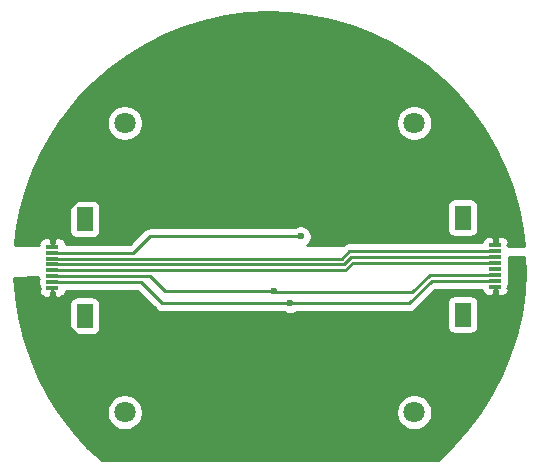
<source format=gbr>
G04 #@! TF.GenerationSoftware,KiCad,Pcbnew,(5.1.4)-1*
G04 #@! TF.CreationDate,2019-11-11T10:23:09+09:00*
G04 #@! TF.ProjectId,sig_sensor,7369675f-7365-46e7-936f-722e6b696361,rev?*
G04 #@! TF.SameCoordinates,Original*
G04 #@! TF.FileFunction,Copper,L1,Top*
G04 #@! TF.FilePolarity,Positive*
%FSLAX46Y46*%
G04 Gerber Fmt 4.6, Leading zero omitted, Abs format (unit mm)*
G04 Created by KiCad (PCBNEW (5.1.4)-1) date 2019-11-11 10:23:09*
%MOMM*%
%LPD*%
G04 APERTURE LIST*
%ADD10R,1.050000X0.350000*%
%ADD11R,1.350000X2.000000*%
%ADD12C,1.800000*%
%ADD13C,0.600000*%
%ADD14C,0.250000*%
%ADD15C,0.254000*%
G04 APERTURE END LIST*
D10*
X135160000Y-84750000D03*
X135160000Y-84250000D03*
X135160000Y-83750000D03*
X135160000Y-83250000D03*
X135160000Y-81250000D03*
X135160000Y-81750000D03*
X135160000Y-82250000D03*
X135160000Y-82750000D03*
D11*
X137910000Y-78900000D03*
X137910000Y-87100000D03*
D10*
X172660000Y-81140000D03*
X172660000Y-81640000D03*
X172660000Y-82140000D03*
X172660000Y-82640000D03*
X172660000Y-84640000D03*
X172660000Y-84140000D03*
X172660000Y-83640000D03*
X172660000Y-83140000D03*
D11*
X169910000Y-86990000D03*
X169910000Y-78790000D03*
D12*
X141300000Y-70770000D03*
X165800000Y-70770000D03*
X141300000Y-95270000D03*
X165800000Y-95270000D03*
D13*
X156380000Y-87820000D03*
X153090000Y-79450000D03*
X156190000Y-80380000D03*
X155300000Y-86040000D03*
X153930000Y-85030000D03*
D14*
X172660000Y-84640000D02*
X172660000Y-89468000D01*
X149184043Y-89468000D02*
X149124043Y-89408000D01*
X172660000Y-89468000D02*
X149184043Y-89468000D01*
X135160000Y-85175000D02*
X135160000Y-84750000D01*
X135160000Y-86610002D02*
X135160000Y-85175000D01*
X137957998Y-89408000D02*
X135160000Y-86610002D01*
X149124043Y-89408000D02*
X137957998Y-89408000D01*
X172660000Y-81140000D02*
X172660000Y-76260000D01*
X172660000Y-76260000D02*
X172600000Y-76200000D01*
X135160000Y-80825000D02*
X135160000Y-81250000D01*
X135160000Y-79389998D02*
X135160000Y-80825000D01*
X138349998Y-76200000D02*
X135160000Y-79389998D01*
X172600000Y-76200000D02*
X138349998Y-76200000D01*
X142036410Y-81750000D02*
X142076401Y-81710009D01*
X135160000Y-81750000D02*
X142036410Y-81750000D01*
X142076401Y-81710009D02*
X143283205Y-80503205D01*
X143283205Y-80503205D02*
X143406410Y-80380000D01*
X143406410Y-80380000D02*
X156190000Y-80380000D01*
X165376410Y-86040000D02*
X155300000Y-86040000D01*
X172660000Y-84140000D02*
X167276410Y-84140000D01*
X167276410Y-84140000D02*
X165376410Y-86040000D01*
X135935000Y-84250000D02*
X135160000Y-84250000D01*
X142690000Y-84250000D02*
X135935000Y-84250000D01*
X155300000Y-86040000D02*
X144480000Y-86040000D01*
X144480000Y-86040000D02*
X142690000Y-84250000D01*
X172660000Y-83640000D02*
X167140000Y-83640000D01*
X167140000Y-83640000D02*
X165660000Y-85120000D01*
X165660000Y-85120000D02*
X154020000Y-85120000D01*
X154020000Y-85120000D02*
X153930000Y-85030000D01*
X144750000Y-85030000D02*
X153930000Y-85030000D01*
X135160000Y-83750000D02*
X143470000Y-83750000D01*
X143470000Y-83750000D02*
X144750000Y-85030000D01*
X135935000Y-83250000D02*
X135160000Y-83250000D01*
X159992820Y-83250000D02*
X135935000Y-83250000D01*
X160602820Y-82640000D02*
X159992820Y-83250000D01*
X172660000Y-82640000D02*
X160602820Y-82640000D01*
X160330000Y-81640000D02*
X172660000Y-81640000D01*
X159710000Y-82260000D02*
X160330000Y-81640000D01*
X142182820Y-82260000D02*
X159710000Y-82260000D01*
X135160000Y-82250000D02*
X142172820Y-82250000D01*
X142172820Y-82250000D02*
X142182820Y-82260000D01*
X135935000Y-82750000D02*
X135160000Y-82750000D01*
X159856410Y-82750000D02*
X135935000Y-82750000D01*
X160466410Y-82140000D02*
X159856410Y-82750000D01*
X172660000Y-82140000D02*
X160466410Y-82140000D01*
D15*
G36*
X155202856Y-61460910D02*
G01*
X157001082Y-61674830D01*
X158775100Y-62038470D01*
X160512456Y-62549278D01*
X162200997Y-63203681D01*
X163828839Y-63997074D01*
X165384586Y-64923900D01*
X166857325Y-65977660D01*
X168236710Y-67150949D01*
X169513095Y-68435561D01*
X170677503Y-69822467D01*
X171721782Y-71301954D01*
X172638589Y-72863622D01*
X173421507Y-74496534D01*
X174065037Y-76189222D01*
X174564676Y-77929847D01*
X174916907Y-79706154D01*
X175079350Y-81150758D01*
X173735942Y-81148681D01*
X173715537Y-81110506D01*
X173682725Y-81070525D01*
X173820000Y-80933250D01*
X173808355Y-80828751D01*
X173769797Y-80709758D01*
X173708765Y-80600574D01*
X173627605Y-80505395D01*
X173529436Y-80427878D01*
X173418030Y-80371003D01*
X173297670Y-80336954D01*
X173172979Y-80327041D01*
X172945750Y-80330000D01*
X172787000Y-80488750D01*
X172787000Y-80826928D01*
X172533000Y-80826928D01*
X172533000Y-80488750D01*
X172374250Y-80330000D01*
X172147021Y-80327041D01*
X172022330Y-80336954D01*
X171901970Y-80371003D01*
X171790564Y-80427878D01*
X171692395Y-80505395D01*
X171611235Y-80600574D01*
X171550203Y-80709758D01*
X171511645Y-80828751D01*
X171505934Y-80880000D01*
X160367322Y-80880000D01*
X160329999Y-80876324D01*
X160292676Y-80880000D01*
X160292667Y-80880000D01*
X160181014Y-80890997D01*
X160037753Y-80934454D01*
X159905724Y-81005026D01*
X159905722Y-81005027D01*
X159905723Y-81005027D01*
X159818996Y-81076201D01*
X159818992Y-81076205D01*
X159789999Y-81099999D01*
X159767769Y-81127087D01*
X156761816Y-81122440D01*
X156786028Y-81106262D01*
X156916262Y-80976028D01*
X157018586Y-80822889D01*
X157089068Y-80652729D01*
X157125000Y-80472089D01*
X157125000Y-80287911D01*
X157089068Y-80107271D01*
X157018586Y-79937111D01*
X156916262Y-79783972D01*
X156786028Y-79653738D01*
X156632889Y-79551414D01*
X156462729Y-79480932D01*
X156282089Y-79445000D01*
X156097911Y-79445000D01*
X155917271Y-79480932D01*
X155747111Y-79551414D01*
X155644465Y-79620000D01*
X143443732Y-79620000D01*
X143406409Y-79616324D01*
X143369087Y-79620000D01*
X143369077Y-79620000D01*
X143257424Y-79630997D01*
X143114163Y-79674454D01*
X142982134Y-79745026D01*
X142866409Y-79839999D01*
X142842606Y-79869003D01*
X142772208Y-79939401D01*
X142772202Y-79939406D01*
X141721609Y-80990000D01*
X136314066Y-80990000D01*
X136308355Y-80938751D01*
X136269797Y-80819758D01*
X136208765Y-80710574D01*
X136127605Y-80615395D01*
X136029436Y-80537878D01*
X135918030Y-80481003D01*
X135797670Y-80446954D01*
X135672979Y-80437041D01*
X135445750Y-80440000D01*
X135287000Y-80598750D01*
X135287000Y-80936928D01*
X135033000Y-80936928D01*
X135033000Y-80598750D01*
X134874250Y-80440000D01*
X134647021Y-80437041D01*
X134522330Y-80446954D01*
X134401970Y-80481003D01*
X134290564Y-80537878D01*
X134192395Y-80615395D01*
X134111235Y-80710574D01*
X134050203Y-80819758D01*
X134011645Y-80938751D01*
X134000000Y-81043250D01*
X134044069Y-81087319D01*
X132032865Y-81084210D01*
X132137238Y-80016690D01*
X132463645Y-78235451D01*
X132554685Y-77900000D01*
X136596928Y-77900000D01*
X136596928Y-79900000D01*
X136609188Y-80024482D01*
X136645498Y-80144180D01*
X136704463Y-80254494D01*
X136783815Y-80351185D01*
X136880506Y-80430537D01*
X136990820Y-80489502D01*
X137110518Y-80525812D01*
X137235000Y-80538072D01*
X138585000Y-80538072D01*
X138709482Y-80525812D01*
X138829180Y-80489502D01*
X138939494Y-80430537D01*
X139036185Y-80351185D01*
X139115537Y-80254494D01*
X139174502Y-80144180D01*
X139210812Y-80024482D01*
X139223072Y-79900000D01*
X139223072Y-77900000D01*
X139212239Y-77790000D01*
X168596928Y-77790000D01*
X168596928Y-79790000D01*
X168609188Y-79914482D01*
X168645498Y-80034180D01*
X168704463Y-80144494D01*
X168783815Y-80241185D01*
X168880506Y-80320537D01*
X168990820Y-80379502D01*
X169110518Y-80415812D01*
X169235000Y-80428072D01*
X170585000Y-80428072D01*
X170709482Y-80415812D01*
X170829180Y-80379502D01*
X170939494Y-80320537D01*
X171036185Y-80241185D01*
X171115537Y-80144494D01*
X171174502Y-80034180D01*
X171210812Y-79914482D01*
X171223072Y-79790000D01*
X171223072Y-77790000D01*
X171210812Y-77665518D01*
X171174502Y-77545820D01*
X171115537Y-77435506D01*
X171036185Y-77338815D01*
X170939494Y-77259463D01*
X170829180Y-77200498D01*
X170709482Y-77164188D01*
X170585000Y-77151928D01*
X169235000Y-77151928D01*
X169110518Y-77164188D01*
X168990820Y-77200498D01*
X168880506Y-77259463D01*
X168783815Y-77338815D01*
X168704463Y-77435506D01*
X168645498Y-77545820D01*
X168609188Y-77665518D01*
X168596928Y-77790000D01*
X139212239Y-77790000D01*
X139210812Y-77775518D01*
X139174502Y-77655820D01*
X139115537Y-77545506D01*
X139036185Y-77448815D01*
X138939494Y-77369463D01*
X138829180Y-77310498D01*
X138709482Y-77274188D01*
X138585000Y-77261928D01*
X137235000Y-77261928D01*
X137110518Y-77274188D01*
X136990820Y-77310498D01*
X136880506Y-77369463D01*
X136783815Y-77448815D01*
X136704463Y-77545506D01*
X136645498Y-77655820D01*
X136609188Y-77775518D01*
X136596928Y-77900000D01*
X132554685Y-77900000D01*
X132937959Y-76487770D01*
X133556853Y-74785903D01*
X134315979Y-73141805D01*
X135210021Y-71566991D01*
X135858863Y-70618816D01*
X139765000Y-70618816D01*
X139765000Y-70921184D01*
X139823989Y-71217743D01*
X139939701Y-71497095D01*
X140107688Y-71748505D01*
X140321495Y-71962312D01*
X140572905Y-72130299D01*
X140852257Y-72246011D01*
X141148816Y-72305000D01*
X141451184Y-72305000D01*
X141747743Y-72246011D01*
X142027095Y-72130299D01*
X142278505Y-71962312D01*
X142492312Y-71748505D01*
X142660299Y-71497095D01*
X142776011Y-71217743D01*
X142835000Y-70921184D01*
X142835000Y-70618816D01*
X164265000Y-70618816D01*
X164265000Y-70921184D01*
X164323989Y-71217743D01*
X164439701Y-71497095D01*
X164607688Y-71748505D01*
X164821495Y-71962312D01*
X165072905Y-72130299D01*
X165352257Y-72246011D01*
X165648816Y-72305000D01*
X165951184Y-72305000D01*
X166247743Y-72246011D01*
X166527095Y-72130299D01*
X166778505Y-71962312D01*
X166992312Y-71748505D01*
X167160299Y-71497095D01*
X167276011Y-71217743D01*
X167335000Y-70921184D01*
X167335000Y-70618816D01*
X167276011Y-70322257D01*
X167160299Y-70042905D01*
X166992312Y-69791495D01*
X166778505Y-69577688D01*
X166527095Y-69409701D01*
X166247743Y-69293989D01*
X165951184Y-69235000D01*
X165648816Y-69235000D01*
X165352257Y-69293989D01*
X165072905Y-69409701D01*
X164821495Y-69577688D01*
X164607688Y-69791495D01*
X164439701Y-70042905D01*
X164323989Y-70322257D01*
X164265000Y-70618816D01*
X142835000Y-70618816D01*
X142776011Y-70322257D01*
X142660299Y-70042905D01*
X142492312Y-69791495D01*
X142278505Y-69577688D01*
X142027095Y-69409701D01*
X141747743Y-69293989D01*
X141451184Y-69235000D01*
X141148816Y-69235000D01*
X140852257Y-69293989D01*
X140572905Y-69409701D01*
X140321495Y-69577688D01*
X140107688Y-69791495D01*
X139939701Y-70042905D01*
X139823989Y-70322257D01*
X139765000Y-70618816D01*
X135858863Y-70618816D01*
X136232710Y-70072501D01*
X137376865Y-68668835D01*
X138634459Y-67365834D01*
X139996664Y-66172646D01*
X141453959Y-65097610D01*
X142996084Y-64148298D01*
X144612249Y-63331351D01*
X146291102Y-62652510D01*
X148020852Y-62116536D01*
X149789414Y-61727179D01*
X151584328Y-61487178D01*
X153393053Y-61398214D01*
X155202856Y-61460910D01*
X155202856Y-61460910D01*
G37*
X155202856Y-61460910D02*
X157001082Y-61674830D01*
X158775100Y-62038470D01*
X160512456Y-62549278D01*
X162200997Y-63203681D01*
X163828839Y-63997074D01*
X165384586Y-64923900D01*
X166857325Y-65977660D01*
X168236710Y-67150949D01*
X169513095Y-68435561D01*
X170677503Y-69822467D01*
X171721782Y-71301954D01*
X172638589Y-72863622D01*
X173421507Y-74496534D01*
X174065037Y-76189222D01*
X174564676Y-77929847D01*
X174916907Y-79706154D01*
X175079350Y-81150758D01*
X173735942Y-81148681D01*
X173715537Y-81110506D01*
X173682725Y-81070525D01*
X173820000Y-80933250D01*
X173808355Y-80828751D01*
X173769797Y-80709758D01*
X173708765Y-80600574D01*
X173627605Y-80505395D01*
X173529436Y-80427878D01*
X173418030Y-80371003D01*
X173297670Y-80336954D01*
X173172979Y-80327041D01*
X172945750Y-80330000D01*
X172787000Y-80488750D01*
X172787000Y-80826928D01*
X172533000Y-80826928D01*
X172533000Y-80488750D01*
X172374250Y-80330000D01*
X172147021Y-80327041D01*
X172022330Y-80336954D01*
X171901970Y-80371003D01*
X171790564Y-80427878D01*
X171692395Y-80505395D01*
X171611235Y-80600574D01*
X171550203Y-80709758D01*
X171511645Y-80828751D01*
X171505934Y-80880000D01*
X160367322Y-80880000D01*
X160329999Y-80876324D01*
X160292676Y-80880000D01*
X160292667Y-80880000D01*
X160181014Y-80890997D01*
X160037753Y-80934454D01*
X159905724Y-81005026D01*
X159905722Y-81005027D01*
X159905723Y-81005027D01*
X159818996Y-81076201D01*
X159818992Y-81076205D01*
X159789999Y-81099999D01*
X159767769Y-81127087D01*
X156761816Y-81122440D01*
X156786028Y-81106262D01*
X156916262Y-80976028D01*
X157018586Y-80822889D01*
X157089068Y-80652729D01*
X157125000Y-80472089D01*
X157125000Y-80287911D01*
X157089068Y-80107271D01*
X157018586Y-79937111D01*
X156916262Y-79783972D01*
X156786028Y-79653738D01*
X156632889Y-79551414D01*
X156462729Y-79480932D01*
X156282089Y-79445000D01*
X156097911Y-79445000D01*
X155917271Y-79480932D01*
X155747111Y-79551414D01*
X155644465Y-79620000D01*
X143443732Y-79620000D01*
X143406409Y-79616324D01*
X143369087Y-79620000D01*
X143369077Y-79620000D01*
X143257424Y-79630997D01*
X143114163Y-79674454D01*
X142982134Y-79745026D01*
X142866409Y-79839999D01*
X142842606Y-79869003D01*
X142772208Y-79939401D01*
X142772202Y-79939406D01*
X141721609Y-80990000D01*
X136314066Y-80990000D01*
X136308355Y-80938751D01*
X136269797Y-80819758D01*
X136208765Y-80710574D01*
X136127605Y-80615395D01*
X136029436Y-80537878D01*
X135918030Y-80481003D01*
X135797670Y-80446954D01*
X135672979Y-80437041D01*
X135445750Y-80440000D01*
X135287000Y-80598750D01*
X135287000Y-80936928D01*
X135033000Y-80936928D01*
X135033000Y-80598750D01*
X134874250Y-80440000D01*
X134647021Y-80437041D01*
X134522330Y-80446954D01*
X134401970Y-80481003D01*
X134290564Y-80537878D01*
X134192395Y-80615395D01*
X134111235Y-80710574D01*
X134050203Y-80819758D01*
X134011645Y-80938751D01*
X134000000Y-81043250D01*
X134044069Y-81087319D01*
X132032865Y-81084210D01*
X132137238Y-80016690D01*
X132463645Y-78235451D01*
X132554685Y-77900000D01*
X136596928Y-77900000D01*
X136596928Y-79900000D01*
X136609188Y-80024482D01*
X136645498Y-80144180D01*
X136704463Y-80254494D01*
X136783815Y-80351185D01*
X136880506Y-80430537D01*
X136990820Y-80489502D01*
X137110518Y-80525812D01*
X137235000Y-80538072D01*
X138585000Y-80538072D01*
X138709482Y-80525812D01*
X138829180Y-80489502D01*
X138939494Y-80430537D01*
X139036185Y-80351185D01*
X139115537Y-80254494D01*
X139174502Y-80144180D01*
X139210812Y-80024482D01*
X139223072Y-79900000D01*
X139223072Y-77900000D01*
X139212239Y-77790000D01*
X168596928Y-77790000D01*
X168596928Y-79790000D01*
X168609188Y-79914482D01*
X168645498Y-80034180D01*
X168704463Y-80144494D01*
X168783815Y-80241185D01*
X168880506Y-80320537D01*
X168990820Y-80379502D01*
X169110518Y-80415812D01*
X169235000Y-80428072D01*
X170585000Y-80428072D01*
X170709482Y-80415812D01*
X170829180Y-80379502D01*
X170939494Y-80320537D01*
X171036185Y-80241185D01*
X171115537Y-80144494D01*
X171174502Y-80034180D01*
X171210812Y-79914482D01*
X171223072Y-79790000D01*
X171223072Y-77790000D01*
X171210812Y-77665518D01*
X171174502Y-77545820D01*
X171115537Y-77435506D01*
X171036185Y-77338815D01*
X170939494Y-77259463D01*
X170829180Y-77200498D01*
X170709482Y-77164188D01*
X170585000Y-77151928D01*
X169235000Y-77151928D01*
X169110518Y-77164188D01*
X168990820Y-77200498D01*
X168880506Y-77259463D01*
X168783815Y-77338815D01*
X168704463Y-77435506D01*
X168645498Y-77545820D01*
X168609188Y-77665518D01*
X168596928Y-77790000D01*
X139212239Y-77790000D01*
X139210812Y-77775518D01*
X139174502Y-77655820D01*
X139115537Y-77545506D01*
X139036185Y-77448815D01*
X138939494Y-77369463D01*
X138829180Y-77310498D01*
X138709482Y-77274188D01*
X138585000Y-77261928D01*
X137235000Y-77261928D01*
X137110518Y-77274188D01*
X136990820Y-77310498D01*
X136880506Y-77369463D01*
X136783815Y-77448815D01*
X136704463Y-77545506D01*
X136645498Y-77655820D01*
X136609188Y-77775518D01*
X136596928Y-77900000D01*
X132554685Y-77900000D01*
X132937959Y-76487770D01*
X133556853Y-74785903D01*
X134315979Y-73141805D01*
X135210021Y-71566991D01*
X135858863Y-70618816D01*
X139765000Y-70618816D01*
X139765000Y-70921184D01*
X139823989Y-71217743D01*
X139939701Y-71497095D01*
X140107688Y-71748505D01*
X140321495Y-71962312D01*
X140572905Y-72130299D01*
X140852257Y-72246011D01*
X141148816Y-72305000D01*
X141451184Y-72305000D01*
X141747743Y-72246011D01*
X142027095Y-72130299D01*
X142278505Y-71962312D01*
X142492312Y-71748505D01*
X142660299Y-71497095D01*
X142776011Y-71217743D01*
X142835000Y-70921184D01*
X142835000Y-70618816D01*
X164265000Y-70618816D01*
X164265000Y-70921184D01*
X164323989Y-71217743D01*
X164439701Y-71497095D01*
X164607688Y-71748505D01*
X164821495Y-71962312D01*
X165072905Y-72130299D01*
X165352257Y-72246011D01*
X165648816Y-72305000D01*
X165951184Y-72305000D01*
X166247743Y-72246011D01*
X166527095Y-72130299D01*
X166778505Y-71962312D01*
X166992312Y-71748505D01*
X167160299Y-71497095D01*
X167276011Y-71217743D01*
X167335000Y-70921184D01*
X167335000Y-70618816D01*
X167276011Y-70322257D01*
X167160299Y-70042905D01*
X166992312Y-69791495D01*
X166778505Y-69577688D01*
X166527095Y-69409701D01*
X166247743Y-69293989D01*
X165951184Y-69235000D01*
X165648816Y-69235000D01*
X165352257Y-69293989D01*
X165072905Y-69409701D01*
X164821495Y-69577688D01*
X164607688Y-69791495D01*
X164439701Y-70042905D01*
X164323989Y-70322257D01*
X164265000Y-70618816D01*
X142835000Y-70618816D01*
X142776011Y-70322257D01*
X142660299Y-70042905D01*
X142492312Y-69791495D01*
X142278505Y-69577688D01*
X142027095Y-69409701D01*
X141747743Y-69293989D01*
X141451184Y-69235000D01*
X141148816Y-69235000D01*
X140852257Y-69293989D01*
X140572905Y-69409701D01*
X140321495Y-69577688D01*
X140107688Y-69791495D01*
X139939701Y-70042905D01*
X139823989Y-70322257D01*
X139765000Y-70618816D01*
X135858863Y-70618816D01*
X136232710Y-70072501D01*
X137376865Y-68668835D01*
X138634459Y-67365834D01*
X139996664Y-66172646D01*
X141453959Y-65097610D01*
X142996084Y-64148298D01*
X144612249Y-63331351D01*
X146291102Y-62652510D01*
X148020852Y-62116536D01*
X149789414Y-61727179D01*
X151584328Y-61487178D01*
X153393053Y-61398214D01*
X155202856Y-61460910D01*
G36*
X175137584Y-82155097D02*
G01*
X175170331Y-83315900D01*
X175069746Y-85124000D01*
X174818214Y-86917350D01*
X174417504Y-88683349D01*
X173870420Y-90409641D01*
X173180804Y-92084094D01*
X172353489Y-93694973D01*
X171394287Y-95230965D01*
X170309915Y-96681315D01*
X169107986Y-98035835D01*
X167788147Y-99293401D01*
X167762043Y-99315945D01*
X139362163Y-99324914D01*
X138211641Y-98260112D01*
X136990177Y-96923184D01*
X135884861Y-95488727D01*
X135646325Y-95118816D01*
X139765000Y-95118816D01*
X139765000Y-95421184D01*
X139823989Y-95717743D01*
X139939701Y-95997095D01*
X140107688Y-96248505D01*
X140321495Y-96462312D01*
X140572905Y-96630299D01*
X140852257Y-96746011D01*
X141148816Y-96805000D01*
X141451184Y-96805000D01*
X141747743Y-96746011D01*
X142027095Y-96630299D01*
X142278505Y-96462312D01*
X142492312Y-96248505D01*
X142660299Y-95997095D01*
X142776011Y-95717743D01*
X142835000Y-95421184D01*
X142835000Y-95118816D01*
X164265000Y-95118816D01*
X164265000Y-95421184D01*
X164323989Y-95717743D01*
X164439701Y-95997095D01*
X164607688Y-96248505D01*
X164821495Y-96462312D01*
X165072905Y-96630299D01*
X165352257Y-96746011D01*
X165648816Y-96805000D01*
X165951184Y-96805000D01*
X166247743Y-96746011D01*
X166527095Y-96630299D01*
X166778505Y-96462312D01*
X166992312Y-96248505D01*
X167160299Y-95997095D01*
X167276011Y-95717743D01*
X167335000Y-95421184D01*
X167335000Y-95118816D01*
X167276011Y-94822257D01*
X167160299Y-94542905D01*
X166992312Y-94291495D01*
X166778505Y-94077688D01*
X166527095Y-93909701D01*
X166247743Y-93793989D01*
X165951184Y-93735000D01*
X165648816Y-93735000D01*
X165352257Y-93793989D01*
X165072905Y-93909701D01*
X164821495Y-94077688D01*
X164607688Y-94291495D01*
X164439701Y-94542905D01*
X164323989Y-94822257D01*
X164265000Y-95118816D01*
X142835000Y-95118816D01*
X142776011Y-94822257D01*
X142660299Y-94542905D01*
X142492312Y-94291495D01*
X142278505Y-94077688D01*
X142027095Y-93909701D01*
X141747743Y-93793989D01*
X141451184Y-93735000D01*
X141148816Y-93735000D01*
X140852257Y-93793989D01*
X140572905Y-93909701D01*
X140321495Y-94077688D01*
X140107688Y-94291495D01*
X139939701Y-94542905D01*
X139823989Y-94822257D01*
X139765000Y-95118816D01*
X135646325Y-95118816D01*
X134903463Y-93966823D01*
X134052850Y-92368124D01*
X133338999Y-90703859D01*
X132766915Y-88985701D01*
X132340605Y-87225693D01*
X132166019Y-86100000D01*
X136596928Y-86100000D01*
X136596928Y-88100000D01*
X136609188Y-88224482D01*
X136645498Y-88344180D01*
X136704463Y-88454494D01*
X136783815Y-88551185D01*
X136880506Y-88630537D01*
X136990820Y-88689502D01*
X137110518Y-88725812D01*
X137235000Y-88738072D01*
X138585000Y-88738072D01*
X138709482Y-88725812D01*
X138829180Y-88689502D01*
X138939494Y-88630537D01*
X139036185Y-88551185D01*
X139115537Y-88454494D01*
X139174502Y-88344180D01*
X139210812Y-88224482D01*
X139223072Y-88100000D01*
X139223072Y-86100000D01*
X139210812Y-85975518D01*
X139174502Y-85855820D01*
X139115537Y-85745506D01*
X139036185Y-85648815D01*
X138939494Y-85569463D01*
X138829180Y-85510498D01*
X138709482Y-85474188D01*
X138585000Y-85461928D01*
X137235000Y-85461928D01*
X137110518Y-85474188D01*
X136990820Y-85510498D01*
X136880506Y-85569463D01*
X136783815Y-85648815D01*
X136704463Y-85745506D01*
X136645498Y-85855820D01*
X136609188Y-85975518D01*
X136596928Y-86100000D01*
X132166019Y-86100000D01*
X132063066Y-85436182D01*
X131955898Y-83909687D01*
X133996928Y-83824045D01*
X133996928Y-83925000D01*
X134004315Y-84000000D01*
X133996928Y-84075000D01*
X133996928Y-84425000D01*
X134004552Y-84502406D01*
X134000000Y-84543250D01*
X134010475Y-84553725D01*
X134045498Y-84669180D01*
X134104463Y-84779494D01*
X134137275Y-84819475D01*
X134000000Y-84956750D01*
X134011645Y-85061249D01*
X134050203Y-85180242D01*
X134111235Y-85289426D01*
X134192395Y-85384605D01*
X134290564Y-85462122D01*
X134401970Y-85518997D01*
X134522330Y-85553046D01*
X134647021Y-85562959D01*
X134874250Y-85560000D01*
X135033000Y-85401250D01*
X135033000Y-85063072D01*
X135287000Y-85063072D01*
X135287000Y-85401250D01*
X135445750Y-85560000D01*
X135672979Y-85562959D01*
X135797670Y-85553046D01*
X135918030Y-85518997D01*
X136029436Y-85462122D01*
X136127605Y-85384605D01*
X136208765Y-85289426D01*
X136269797Y-85180242D01*
X136308355Y-85061249D01*
X136314066Y-85010000D01*
X142375199Y-85010000D01*
X143916201Y-86551003D01*
X143939999Y-86580001D01*
X144055724Y-86674974D01*
X144187753Y-86745546D01*
X144331014Y-86789003D01*
X144442667Y-86800000D01*
X144442676Y-86800000D01*
X144479999Y-86803676D01*
X144517322Y-86800000D01*
X154754465Y-86800000D01*
X154857111Y-86868586D01*
X155027271Y-86939068D01*
X155207911Y-86975000D01*
X155392089Y-86975000D01*
X155572729Y-86939068D01*
X155742889Y-86868586D01*
X155845535Y-86800000D01*
X165339088Y-86800000D01*
X165376410Y-86803676D01*
X165413732Y-86800000D01*
X165413743Y-86800000D01*
X165525396Y-86789003D01*
X165668657Y-86745546D01*
X165800686Y-86674974D01*
X165916411Y-86580001D01*
X165940214Y-86550997D01*
X166501211Y-85990000D01*
X168596928Y-85990000D01*
X168596928Y-87990000D01*
X168609188Y-88114482D01*
X168645498Y-88234180D01*
X168704463Y-88344494D01*
X168783815Y-88441185D01*
X168880506Y-88520537D01*
X168990820Y-88579502D01*
X169110518Y-88615812D01*
X169235000Y-88628072D01*
X170585000Y-88628072D01*
X170709482Y-88615812D01*
X170829180Y-88579502D01*
X170939494Y-88520537D01*
X171036185Y-88441185D01*
X171115537Y-88344494D01*
X171174502Y-88234180D01*
X171210812Y-88114482D01*
X171223072Y-87990000D01*
X171223072Y-85990000D01*
X171210812Y-85865518D01*
X171174502Y-85745820D01*
X171115537Y-85635506D01*
X171036185Y-85538815D01*
X170939494Y-85459463D01*
X170829180Y-85400498D01*
X170709482Y-85364188D01*
X170585000Y-85351928D01*
X169235000Y-85351928D01*
X169110518Y-85364188D01*
X168990820Y-85400498D01*
X168880506Y-85459463D01*
X168783815Y-85538815D01*
X168704463Y-85635506D01*
X168645498Y-85745820D01*
X168609188Y-85865518D01*
X168596928Y-85990000D01*
X166501211Y-85990000D01*
X167591212Y-84900000D01*
X171505934Y-84900000D01*
X171511645Y-84951249D01*
X171550203Y-85070242D01*
X171611235Y-85179426D01*
X171692395Y-85274605D01*
X171790564Y-85352122D01*
X171901970Y-85408997D01*
X172022330Y-85443046D01*
X172147021Y-85452959D01*
X172374250Y-85450000D01*
X172533000Y-85291250D01*
X172533000Y-84953072D01*
X172787000Y-84953072D01*
X172787000Y-85291250D01*
X172945750Y-85450000D01*
X173172979Y-85452959D01*
X173297670Y-85443046D01*
X173418030Y-85408997D01*
X173529436Y-85352122D01*
X173627605Y-85274605D01*
X173708765Y-85179426D01*
X173769797Y-85070242D01*
X173808355Y-84951249D01*
X173820000Y-84846750D01*
X173682725Y-84709475D01*
X173715537Y-84669494D01*
X173774502Y-84559180D01*
X173809525Y-84443725D01*
X173820000Y-84433250D01*
X173815448Y-84392406D01*
X173823072Y-84315000D01*
X173823072Y-83965000D01*
X173815685Y-83890000D01*
X173823072Y-83815000D01*
X173823072Y-83465000D01*
X173815685Y-83390000D01*
X173823072Y-83315000D01*
X173823072Y-82965000D01*
X173815685Y-82890000D01*
X173823072Y-82815000D01*
X173823072Y-82465000D01*
X173815685Y-82390000D01*
X173823072Y-82315000D01*
X173823072Y-82152927D01*
X174201440Y-82137051D01*
X175137584Y-82155097D01*
X175137584Y-82155097D01*
G37*
X175137584Y-82155097D02*
X175170331Y-83315900D01*
X175069746Y-85124000D01*
X174818214Y-86917350D01*
X174417504Y-88683349D01*
X173870420Y-90409641D01*
X173180804Y-92084094D01*
X172353489Y-93694973D01*
X171394287Y-95230965D01*
X170309915Y-96681315D01*
X169107986Y-98035835D01*
X167788147Y-99293401D01*
X167762043Y-99315945D01*
X139362163Y-99324914D01*
X138211641Y-98260112D01*
X136990177Y-96923184D01*
X135884861Y-95488727D01*
X135646325Y-95118816D01*
X139765000Y-95118816D01*
X139765000Y-95421184D01*
X139823989Y-95717743D01*
X139939701Y-95997095D01*
X140107688Y-96248505D01*
X140321495Y-96462312D01*
X140572905Y-96630299D01*
X140852257Y-96746011D01*
X141148816Y-96805000D01*
X141451184Y-96805000D01*
X141747743Y-96746011D01*
X142027095Y-96630299D01*
X142278505Y-96462312D01*
X142492312Y-96248505D01*
X142660299Y-95997095D01*
X142776011Y-95717743D01*
X142835000Y-95421184D01*
X142835000Y-95118816D01*
X164265000Y-95118816D01*
X164265000Y-95421184D01*
X164323989Y-95717743D01*
X164439701Y-95997095D01*
X164607688Y-96248505D01*
X164821495Y-96462312D01*
X165072905Y-96630299D01*
X165352257Y-96746011D01*
X165648816Y-96805000D01*
X165951184Y-96805000D01*
X166247743Y-96746011D01*
X166527095Y-96630299D01*
X166778505Y-96462312D01*
X166992312Y-96248505D01*
X167160299Y-95997095D01*
X167276011Y-95717743D01*
X167335000Y-95421184D01*
X167335000Y-95118816D01*
X167276011Y-94822257D01*
X167160299Y-94542905D01*
X166992312Y-94291495D01*
X166778505Y-94077688D01*
X166527095Y-93909701D01*
X166247743Y-93793989D01*
X165951184Y-93735000D01*
X165648816Y-93735000D01*
X165352257Y-93793989D01*
X165072905Y-93909701D01*
X164821495Y-94077688D01*
X164607688Y-94291495D01*
X164439701Y-94542905D01*
X164323989Y-94822257D01*
X164265000Y-95118816D01*
X142835000Y-95118816D01*
X142776011Y-94822257D01*
X142660299Y-94542905D01*
X142492312Y-94291495D01*
X142278505Y-94077688D01*
X142027095Y-93909701D01*
X141747743Y-93793989D01*
X141451184Y-93735000D01*
X141148816Y-93735000D01*
X140852257Y-93793989D01*
X140572905Y-93909701D01*
X140321495Y-94077688D01*
X140107688Y-94291495D01*
X139939701Y-94542905D01*
X139823989Y-94822257D01*
X139765000Y-95118816D01*
X135646325Y-95118816D01*
X134903463Y-93966823D01*
X134052850Y-92368124D01*
X133338999Y-90703859D01*
X132766915Y-88985701D01*
X132340605Y-87225693D01*
X132166019Y-86100000D01*
X136596928Y-86100000D01*
X136596928Y-88100000D01*
X136609188Y-88224482D01*
X136645498Y-88344180D01*
X136704463Y-88454494D01*
X136783815Y-88551185D01*
X136880506Y-88630537D01*
X136990820Y-88689502D01*
X137110518Y-88725812D01*
X137235000Y-88738072D01*
X138585000Y-88738072D01*
X138709482Y-88725812D01*
X138829180Y-88689502D01*
X138939494Y-88630537D01*
X139036185Y-88551185D01*
X139115537Y-88454494D01*
X139174502Y-88344180D01*
X139210812Y-88224482D01*
X139223072Y-88100000D01*
X139223072Y-86100000D01*
X139210812Y-85975518D01*
X139174502Y-85855820D01*
X139115537Y-85745506D01*
X139036185Y-85648815D01*
X138939494Y-85569463D01*
X138829180Y-85510498D01*
X138709482Y-85474188D01*
X138585000Y-85461928D01*
X137235000Y-85461928D01*
X137110518Y-85474188D01*
X136990820Y-85510498D01*
X136880506Y-85569463D01*
X136783815Y-85648815D01*
X136704463Y-85745506D01*
X136645498Y-85855820D01*
X136609188Y-85975518D01*
X136596928Y-86100000D01*
X132166019Y-86100000D01*
X132063066Y-85436182D01*
X131955898Y-83909687D01*
X133996928Y-83824045D01*
X133996928Y-83925000D01*
X134004315Y-84000000D01*
X133996928Y-84075000D01*
X133996928Y-84425000D01*
X134004552Y-84502406D01*
X134000000Y-84543250D01*
X134010475Y-84553725D01*
X134045498Y-84669180D01*
X134104463Y-84779494D01*
X134137275Y-84819475D01*
X134000000Y-84956750D01*
X134011645Y-85061249D01*
X134050203Y-85180242D01*
X134111235Y-85289426D01*
X134192395Y-85384605D01*
X134290564Y-85462122D01*
X134401970Y-85518997D01*
X134522330Y-85553046D01*
X134647021Y-85562959D01*
X134874250Y-85560000D01*
X135033000Y-85401250D01*
X135033000Y-85063072D01*
X135287000Y-85063072D01*
X135287000Y-85401250D01*
X135445750Y-85560000D01*
X135672979Y-85562959D01*
X135797670Y-85553046D01*
X135918030Y-85518997D01*
X136029436Y-85462122D01*
X136127605Y-85384605D01*
X136208765Y-85289426D01*
X136269797Y-85180242D01*
X136308355Y-85061249D01*
X136314066Y-85010000D01*
X142375199Y-85010000D01*
X143916201Y-86551003D01*
X143939999Y-86580001D01*
X144055724Y-86674974D01*
X144187753Y-86745546D01*
X144331014Y-86789003D01*
X144442667Y-86800000D01*
X144442676Y-86800000D01*
X144479999Y-86803676D01*
X144517322Y-86800000D01*
X154754465Y-86800000D01*
X154857111Y-86868586D01*
X155027271Y-86939068D01*
X155207911Y-86975000D01*
X155392089Y-86975000D01*
X155572729Y-86939068D01*
X155742889Y-86868586D01*
X155845535Y-86800000D01*
X165339088Y-86800000D01*
X165376410Y-86803676D01*
X165413732Y-86800000D01*
X165413743Y-86800000D01*
X165525396Y-86789003D01*
X165668657Y-86745546D01*
X165800686Y-86674974D01*
X165916411Y-86580001D01*
X165940214Y-86550997D01*
X166501211Y-85990000D01*
X168596928Y-85990000D01*
X168596928Y-87990000D01*
X168609188Y-88114482D01*
X168645498Y-88234180D01*
X168704463Y-88344494D01*
X168783815Y-88441185D01*
X168880506Y-88520537D01*
X168990820Y-88579502D01*
X169110518Y-88615812D01*
X169235000Y-88628072D01*
X170585000Y-88628072D01*
X170709482Y-88615812D01*
X170829180Y-88579502D01*
X170939494Y-88520537D01*
X171036185Y-88441185D01*
X171115537Y-88344494D01*
X171174502Y-88234180D01*
X171210812Y-88114482D01*
X171223072Y-87990000D01*
X171223072Y-85990000D01*
X171210812Y-85865518D01*
X171174502Y-85745820D01*
X171115537Y-85635506D01*
X171036185Y-85538815D01*
X170939494Y-85459463D01*
X170829180Y-85400498D01*
X170709482Y-85364188D01*
X170585000Y-85351928D01*
X169235000Y-85351928D01*
X169110518Y-85364188D01*
X168990820Y-85400498D01*
X168880506Y-85459463D01*
X168783815Y-85538815D01*
X168704463Y-85635506D01*
X168645498Y-85745820D01*
X168609188Y-85865518D01*
X168596928Y-85990000D01*
X166501211Y-85990000D01*
X167591212Y-84900000D01*
X171505934Y-84900000D01*
X171511645Y-84951249D01*
X171550203Y-85070242D01*
X171611235Y-85179426D01*
X171692395Y-85274605D01*
X171790564Y-85352122D01*
X171901970Y-85408997D01*
X172022330Y-85443046D01*
X172147021Y-85452959D01*
X172374250Y-85450000D01*
X172533000Y-85291250D01*
X172533000Y-84953072D01*
X172787000Y-84953072D01*
X172787000Y-85291250D01*
X172945750Y-85450000D01*
X173172979Y-85452959D01*
X173297670Y-85443046D01*
X173418030Y-85408997D01*
X173529436Y-85352122D01*
X173627605Y-85274605D01*
X173708765Y-85179426D01*
X173769797Y-85070242D01*
X173808355Y-84951249D01*
X173820000Y-84846750D01*
X173682725Y-84709475D01*
X173715537Y-84669494D01*
X173774502Y-84559180D01*
X173809525Y-84443725D01*
X173820000Y-84433250D01*
X173815448Y-84392406D01*
X173823072Y-84315000D01*
X173823072Y-83965000D01*
X173815685Y-83890000D01*
X173823072Y-83815000D01*
X173823072Y-83465000D01*
X173815685Y-83390000D01*
X173823072Y-83315000D01*
X173823072Y-82965000D01*
X173815685Y-82890000D01*
X173823072Y-82815000D01*
X173823072Y-82465000D01*
X173815685Y-82390000D01*
X173823072Y-82315000D01*
X173823072Y-82152927D01*
X174201440Y-82137051D01*
X175137584Y-82155097D01*
M02*

</source>
